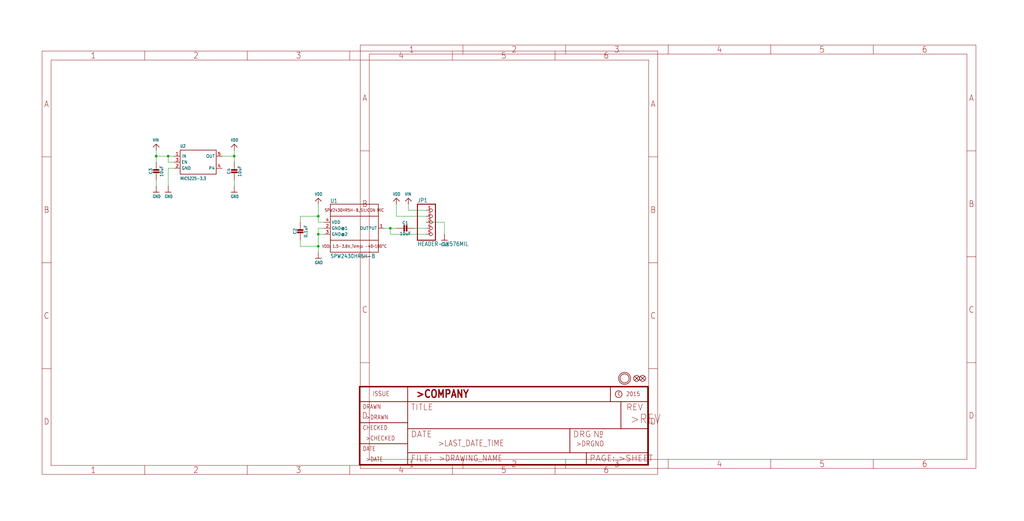
<source format=kicad_sch>
(kicad_sch (version 20211123) (generator eeschema)
  (paper "User" 433.07 220.421)
  (lib_symbols
    (symbol "schematicEagle-eagle-import:CAP_CERAMIC0805-NOOUTLINE"
      (property "Reference" "C" (at -2.29 1.25 90))
      (property "Value" "CAP_CERAMIC0805-NOOUTLINE" (at 2.3 1.25 90))
      (symbol "CAP_CERAMIC0805-NOOUTLINE_1_0"
        (rectangle (start -1.27 0.508) (end 1.27 1.016) (fill (type outline)))
        (rectangle (start -1.27 1.524) (end 1.27 2.032) (fill (type outline)))
        (polyline (pts (xy 0 0.762) (xy 0 0)) (stroke (width 0.1524)))
        (polyline (pts (xy 0 2.54) (xy 0 1.778)) (stroke (width 0.1524)))
        (pin passive line (at 0 5.08 270) (length 2.54) (name "1") (number "1"))
        (pin passive line (at 0 -2.54 90) (length 2.54) (name "2") (number "2"))
      )
    )
    (symbol "schematicEagle-eagle-import:FIDUCIAL{dblquote}{dblquote}"
      (symbol "FIDUCIAL{dblquote}{dblquote}_1_0"
        (polyline (pts (xy -0.762 0.762) (xy 0.762 -0.762)) (stroke (width 0.254)))
        (polyline (pts (xy 0.762 0.762) (xy -0.762 -0.762)) (stroke (width 0.254)))
        (circle (center 0 0) (radius 1.27) (stroke (width 0.254)))
      )
    )
    (symbol "schematicEagle-eagle-import:FRAME_A4"
      (symbol "FRAME_A4_0_0"
        (polyline (pts (xy 0 44.7675) (xy 3.81 44.7675)))
        (polyline (pts (xy 0 89.535) (xy 3.81 89.535)))
        (polyline (pts (xy 0 134.3025) (xy 3.81 134.3025)))
        (polyline (pts (xy 3.81 3.81) (xy 3.81 175.26)))
        (polyline (pts (xy 43.3917 0) (xy 43.3917 3.81)))
        (polyline (pts (xy 43.3917 175.26) (xy 43.3917 179.07)))
        (polyline (pts (xy 86.7833 0) (xy 86.7833 3.81)))
        (polyline (pts (xy 86.7833 175.26) (xy 86.7833 179.07)))
        (polyline (pts (xy 130.175 0) (xy 130.175 3.81)))
        (polyline (pts (xy 130.175 175.26) (xy 130.175 179.07)))
        (polyline (pts (xy 173.5667 0) (xy 173.5667 3.81)))
        (polyline (pts (xy 173.5667 175.26) (xy 173.5667 179.07)))
        (polyline (pts (xy 216.9583 0) (xy 216.9583 3.81)))
        (polyline (pts (xy 216.9583 175.26) (xy 216.9583 179.07)))
        (polyline (pts (xy 256.54 3.81) (xy 3.81 3.81)))
        (polyline (pts (xy 256.54 3.81) (xy 256.54 175.26)))
        (polyline (pts (xy 256.54 44.7675) (xy 260.35 44.7675)))
        (polyline (pts (xy 256.54 89.535) (xy 260.35 89.535)))
        (polyline (pts (xy 256.54 134.3025) (xy 260.35 134.3025)))
        (polyline (pts (xy 256.54 175.26) (xy 3.81 175.26)))
        (polyline (pts (xy 0 0) (xy 260.35 0) (xy 260.35 179.07) (xy 0 179.07) (xy 0 0)))
        (text "1" (at 21.6958 1.905 0) (effects (font (size 2.54 2.286))))
        (text "1" (at 21.6958 177.165 0) (effects (font (size 2.54 2.286))))
        (text "2" (at 65.0875 1.905 0) (effects (font (size 2.54 2.286))))
        (text "2" (at 65.0875 177.165 0) (effects (font (size 2.54 2.286))))
        (text "3" (at 108.4792 1.905 0) (effects (font (size 2.54 2.286))))
        (text "3" (at 108.4792 177.165 0) (effects (font (size 2.54 2.286))))
        (text "4" (at 151.8708 1.905 0) (effects (font (size 2.54 2.286))))
        (text "4" (at 151.8708 177.165 0) (effects (font (size 2.54 2.286))))
        (text "5" (at 195.2625 1.905 0) (effects (font (size 2.54 2.286))))
        (text "5" (at 195.2625 177.165 0) (effects (font (size 2.54 2.286))))
        (text "6" (at 238.6542 1.905 0) (effects (font (size 2.54 2.286))))
        (text "6" (at 238.6542 177.165 0) (effects (font (size 2.54 2.286))))
        (text "A" (at 1.905 156.6863 0) (effects (font (size 2.54 2.286))))
        (text "A" (at 258.445 156.6863 0) (effects (font (size 2.54 2.286))))
        (text "B" (at 1.905 111.9188 0) (effects (font (size 2.54 2.286))))
        (text "B" (at 258.445 111.9188 0) (effects (font (size 2.54 2.286))))
        (text "C" (at 1.905 67.1513 0) (effects (font (size 2.54 2.286))))
        (text "C" (at 258.445 67.1513 0) (effects (font (size 2.54 2.286))))
        (text "D" (at 1.905 22.3838 0) (effects (font (size 2.54 2.286))))
        (text "D" (at 258.445 22.3838 0) (effects (font (size 2.54 2.286))))
      )
      (symbol "FRAME_A4_1_0"
        (polyline (pts (xy 256.54 3.81) (xy 256.54 8.89)) (stroke (width 0.1016)))
        (polyline (pts (xy 256.54 8.89) (xy 256.54 13.97)) (stroke (width 0.1016)))
        (polyline (pts (xy 256.54 13.97) (xy 256.54 19.05)) (stroke (width 0.1016)))
        (polyline (pts (xy 256.54 19.05) (xy 256.54 36.83)) (stroke (width 0.1016)))
      )
      (symbol "FRAME_A4_2_0"
        (polyline (pts (xy -0.3048 1.5748) (xy 20.0152 1.5748)) (stroke (width 0.6096)))
        (polyline (pts (xy -0.3048 10.4648) (xy -0.3048 1.5748)) (stroke (width 0.6096)))
        (polyline (pts (xy -0.3048 10.4648) (xy 20.0152 10.4648)) (stroke (width 0.3048)))
        (polyline (pts (xy -0.3048 19.3548) (xy -0.3048 10.4648)) (stroke (width 0.6096)))
        (polyline (pts (xy -0.3048 19.3548) (xy 20.0152 19.3548)) (stroke (width 0.3048)))
        (polyline (pts (xy -0.3048 28.2448) (xy -0.3048 19.3548)) (stroke (width 0.6096)))
        (polyline (pts (xy -0.3048 28.2448) (xy 20.0152 28.2448)) (stroke (width 0.3048)))
        (polyline (pts (xy -0.3048 34.5948) (xy -0.3048 28.2448)) (stroke (width 0.6096)))
        (polyline (pts (xy 20.0152 1.5748) (xy 20.0152 6.6548)) (stroke (width 0.3048)))
        (polyline (pts (xy 20.0152 1.5748) (xy 95.5802 1.5748)) (stroke (width 0.6096)))
        (polyline (pts (xy 20.0152 6.6548) (xy 20.0152 10.4648)) (stroke (width 0.3048)))
        (polyline (pts (xy 20.0152 6.6548) (xy 88.5952 6.6548)) (stroke (width 0.3048)))
        (polyline (pts (xy 20.0152 10.4648) (xy 20.0152 16.8148)) (stroke (width 0.3048)))
        (polyline (pts (xy 20.0152 16.8148) (xy 20.0152 19.3548)) (stroke (width 0.3048)))
        (polyline (pts (xy 20.0152 19.3548) (xy 20.0152 28.2448)) (stroke (width 0.3048)))
        (polyline (pts (xy 20.0152 28.2448) (xy 20.0152 34.5948)) (stroke (width 0.3048)))
        (polyline (pts (xy 20.0152 28.2448) (xy 105.7402 28.2448)) (stroke (width 0.3048)))
        (polyline (pts (xy 20.0152 34.5948) (xy -0.3048 34.5948)) (stroke (width 0.6096)))
        (polyline (pts (xy 88.5952 6.6548) (xy 95.5802 6.6548)) (stroke (width 0.3048)))
        (polyline (pts (xy 88.5952 16.8148) (xy 20.0152 16.8148)) (stroke (width 0.3048)))
        (polyline (pts (xy 88.5952 16.8148) (xy 88.5952 6.6548)) (stroke (width 0.3048)))
        (polyline (pts (xy 95.5802 1.5748) (xy 121.6152 1.5748)) (stroke (width 0.6096)))
        (polyline (pts (xy 95.5802 6.6548) (xy 95.5802 1.5748)) (stroke (width 0.3048)))
        (polyline (pts (xy 95.5802 6.6548) (xy 121.6152 6.6548)) (stroke (width 0.3048)))
        (polyline (pts (xy 101.2952 13.3223) (xy 102.2477 13.3223)) (stroke (width 0.254)))
        (polyline (pts (xy 105.7402 28.2448) (xy 105.7402 34.5948)) (stroke (width 0.3048)))
        (polyline (pts (xy 105.7402 28.2448) (xy 110.1852 28.2448)) (stroke (width 0.3048)))
        (polyline (pts (xy 105.7402 34.5948) (xy 20.0152 34.5948)) (stroke (width 0.6096)))
        (polyline (pts (xy 110.1852 16.8148) (xy 88.5952 16.8148)) (stroke (width 0.3048)))
        (polyline (pts (xy 110.1852 28.2448) (xy 110.1852 16.8148)) (stroke (width 0.3048)))
        (polyline (pts (xy 110.1852 28.2448) (xy 121.6152 28.2448)) (stroke (width 0.3048)))
        (polyline (pts (xy 121.6152 6.6548) (xy 121.6152 1.5748)) (stroke (width 0.6096)))
        (polyline (pts (xy 121.6152 16.8148) (xy 110.1852 16.8148)) (stroke (width 0.3048)))
        (polyline (pts (xy 121.6152 16.8148) (xy 121.6152 6.6548)) (stroke (width 0.6096)))
        (polyline (pts (xy 121.6152 28.2448) (xy 121.6152 16.8148)) (stroke (width 0.6096)))
        (polyline (pts (xy 121.6152 34.5948) (xy 105.7402 34.5948)) (stroke (width 0.6096)))
        (polyline (pts (xy 121.6152 34.5948) (xy 121.6152 28.2448)) (stroke (width 0.6096)))
        (circle (center 109.2327 31.4198) (radius 1.4199) (stroke (width 0.254)))
        (text "2015" (at 112.4077 30.4673 0) (effects (font (size 1.778 1.5113)) (justify left bottom)))
        (text ">CHECKED" (at 2.2352 11.7348 0) (effects (font (size 1.778 1.5113)) (justify left bottom)))
        (text ">COMPANY" (at 23.349 29.6735 0) (effects (font (size 3.175 2.6987) (thickness 0.5397) bold) (justify left bottom)))
        (text ">DATE" (at 2.2352 2.8448 0) (effects (font (size 1.778 1.5113)) (justify left bottom)))
        (text ">DRAWING_NAME" (at 33.0327 2.8448 0) (effects (font (size 2.54 2.159)) (justify left bottom)))
        (text ">DRAWN" (at 2.2352 20.6248 0) (effects (font (size 1.778 1.5113)) (justify left bottom)))
        (text ">DRGNO" (at 91.1352 9.1948 0) (effects (font (size 2.1844 1.8567)) (justify left bottom)))
        (text ">LAST_DATE_TIME" (at 32.7152 9.1948 0) (effects (font (size 2.54 2.159)) (justify left bottom)))
        (text ">REV" (at 113.9952 18.7198 0) (effects (font (size 3.81 3.2385)) (justify left bottom)))
        (text ">SHEET" (at 108.9152 2.8448 0) (effects (font (size 2.54 2.54)) (justify left bottom)))
        (text "C" (at 108.7564 30.7848 0) (effects (font (size 1.27 1.0795)) (justify left bottom)))
        (text "CHECKED" (at 0.9652 16.1798 0) (effects (font (size 1.778 1.5113)) (justify left bottom)))
        (text "DATE" (at 0.9652 7.2898 0) (effects (font (size 1.778 1.5113)) (justify left bottom)))
        (text "DATE" (at 21.2852 13.0048 0) (effects (font (size 2.54 2.54)) (justify left bottom)))
        (text "DRAWN" (at 0.9652 25.0698 0) (effects (font (size 1.778 1.5113)) (justify left bottom)))
        (text "DRG" (at 89.8652 13.0048 0) (effects (font (size 2.54 2.54)) (justify left bottom)))
        (text "FILE:" (at 21.2852 2.8448 0) (effects (font (size 2.54 2.54)) (justify left bottom)))
        (text "ISSUE" (at 5.0927 30.4673 0) (effects (font (size 1.9304 1.6408)) (justify left bottom)))
        (text "N" (at 98.4377 13.0048 0) (effects (font (size 2.54 2.54)) (justify left bottom)))
        (text "o" (at 100.9777 13.9573 0) (effects (font (size 2.1844 1.8567)) (justify left bottom)))
        (text "PAGE:" (at 96.8502 2.8448 0) (effects (font (size 2.54 2.54)) (justify left bottom)))
        (text "REV" (at 112.4077 24.4348 0) (effects (font (size 2.54 2.54)) (justify left bottom)))
        (text "TITLE" (at 21.2852 24.4348 0) (effects (font (size 2.54 2.54)) (justify left bottom)))
      )
    )
    (symbol "schematicEagle-eagle-import:GND" (power)
      (property "Value" "GND" (at -1.524 -2.54 0))
      (symbol "GND_1_0"
        (polyline (pts (xy -1.27 0) (xy 1.27 0)) (stroke (width 0.254)))
        (pin power_in line (at 0 2.54 270) (length 2.54) (name "GND") (number "1"))
      )
    )
    (symbol "schematicEagle-eagle-import:HEADER-1X576MIL"
      (property "Reference" "JP" (at -6.35 8.255 0))
      (property "Value" "HEADER-1X576MIL" (at -6.35 -10.16 0))
      (symbol "HEADER-1X576MIL_1_0"
        (polyline (pts (xy -6.35 -7.62) (xy 1.27 -7.62)) (stroke (width 0.4064)))
        (polyline (pts (xy -6.35 7.62) (xy -6.35 -7.62)) (stroke (width 0.4064)))
        (polyline (pts (xy 1.27 -7.62) (xy 1.27 7.62)) (stroke (width 0.4064)))
        (polyline (pts (xy 1.27 7.62) (xy -6.35 7.62)) (stroke (width 0.4064)))
        (pin passive inverted (at -2.54 5.08 0) (length 2.54) (name "1") (number "1"))
        (pin passive inverted (at -2.54 2.54 0) (length 2.54) (name "2") (number "2"))
        (pin passive inverted (at -2.54 0 0) (length 2.54) (name "3") (number "3"))
        (pin passive inverted (at -2.54 -2.54 0) (length 2.54) (name "4") (number "4"))
        (pin passive inverted (at -2.54 -5.08 0) (length 2.54) (name "5") (number "5"))
      )
    )
    (symbol "schematicEagle-eagle-import:MOUNTINGHOLE2.5"
      (symbol "MOUNTINGHOLE2.5_1_0"
        (circle (center 0 0) (radius 1.905) (stroke (width 0.254)))
        (circle (center 0 0) (radius 2.54) (stroke (width 0.254)))
      )
    )
    (symbol "schematicEagle-eagle-import:SPW2430HR5H-B"
      (property "Reference" "U" (at -10.16 10.668 0))
      (property "Value" "SPW2430HR5H-B" (at -10.16 -12.7 0))
      (symbol "SPW2430HR5H-B_1_0"
        (polyline (pts (xy -10.16 -10.16) (xy 10.16 -10.16)) (stroke (width 0.254)))
        (polyline (pts (xy -10.16 -5.08) (xy -10.16 -10.16)) (stroke (width 0.254)))
        (polyline (pts (xy -10.16 -5.08) (xy -10.16 5.08)) (stroke (width 0.254)))
        (polyline (pts (xy -10.16 5.08) (xy -10.16 10.16)) (stroke (width 0.254)))
        (polyline (pts (xy -10.16 5.08) (xy 10.16 5.08)) (stroke (width 0.254)))
        (polyline (pts (xy -10.16 10.16) (xy 10.16 10.16)) (stroke (width 0.254)))
        (polyline (pts (xy 10.16 -10.16) (xy 10.16 -5.08)) (stroke (width 0.254)))
        (polyline (pts (xy 10.16 -5.08) (xy -10.16 -5.08)) (stroke (width 0.254)))
        (polyline (pts (xy 10.16 5.08) (xy 10.16 -5.08)) (stroke (width 0.254)))
        (polyline (pts (xy 10.16 10.16) (xy 10.16 5.08)) (stroke (width 0.254)))
        (text "SPW2430HR5H-B_SILICON MIC" (at 0 7.62 0) (effects (font (size 1.27 1.0795))))
        (text "VDD: 1.5-3.6V_Temp: -40~100°C" (at 0 -7.62 0) (effects (font (size 1.27 1.0795))))
        (pin output line (at 12.7 0 180) (length 2.54) (name "OUTPUT") (number "1"))
        (pin power_in line (at -12.7 0 0) (length 2.54) (name "GND@1") (number "2"))
        (pin power_in line (at -12.7 -2.54 0) (length 2.54) (name "GND@2") (number "3"))
        (pin power_in line (at -12.7 2.54 0) (length 2.54) (name "VDD") (number "4"))
      )
    )
    (symbol "schematicEagle-eagle-import:VDD" (power)
      (property "Value" "VDD" (at -1.524 1.016 0))
      (symbol "VDD_1_0"
        (polyline (pts (xy -1.27 -1.27) (xy 0 0)) (stroke (width 0.254)))
        (polyline (pts (xy 0 0) (xy 1.27 -1.27)) (stroke (width 0.254)))
        (pin power_in line (at 0 -2.54 90) (length 2.54) (name "VDD") (number "1"))
      )
    )
    (symbol "schematicEagle-eagle-import:VIN" (power)
      (property "Value" "VIN" (at -1.524 1.016 0))
      (symbol "VIN_1_0"
        (polyline (pts (xy -1.27 -1.27) (xy 0 0)) (stroke (width 0.254)))
        (polyline (pts (xy 0 0) (xy 1.27 -1.27)) (stroke (width 0.254)))
        (pin power_in line (at 0 -2.54 90) (length 2.54) (name "VIN") (number "1"))
      )
    )
    (symbol "schematicEagle-eagle-import:VREG_SOT23-5"
      (property "Reference" "U" (at -7.62 6.096 0))
      (property "Value" "VREG_SOT23-5" (at -7.62 -7.62 0))
      (symbol "VREG_SOT23-5_1_0"
        (polyline (pts (xy -7.62 -5.08) (xy -7.62 5.08)) (stroke (width 0.254)))
        (polyline (pts (xy -7.62 5.08) (xy 7.62 5.08)) (stroke (width 0.254)))
        (polyline (pts (xy 7.62 -5.08) (xy -7.62 -5.08)) (stroke (width 0.254)))
        (polyline (pts (xy 7.62 5.08) (xy 7.62 -5.08)) (stroke (width 0.254)))
        (pin power_in line (at -10.16 2.54 0) (length 2.54) (name "IN") (number "1"))
        (pin power_in line (at -10.16 -2.54 0) (length 2.54) (name "GND") (number "2"))
        (pin input line (at -10.16 0 0) (length 2.54) (name "EN") (number "3"))
        (pin bidirectional line (at 10.16 -2.54 180) (length 2.54) (name "P4") (number "4"))
        (pin power_in line (at 10.16 2.54 180) (length 2.54) (name "OUT") (number "5"))
      )
    )
  )
  (junction (at 134.62 104.14))
  (junction (at 71.12 66.04))
  (junction (at 66.04 66.04))
  (junction (at 165.1 96.52))
  (junction (at 99.06 66.04))
  (junction (at 134.62 99.06))
  (junction (at 134.62 91.44))
  (wire (pts (xy 73.66 71.12) (xy 71.12 71.12)))
  (wire (pts (xy 66.04 76.2) (xy 66.04 78.74)))
  (wire (pts (xy 180.34 93.98) (xy 187.96 93.98)))
  (wire (pts (xy 66.04 66.04) (xy 66.04 68.58)))
  (wire (pts (xy 180.34 91.44) (xy 167.64 91.44)))
  (wire (pts (xy 175.26 96.52) (xy 180.34 96.52)))
  (wire (pts (xy 71.12 71.12) (xy 71.12 78.74)))
  (wire (pts (xy 134.62 104.14) (xy 127 104.14)))
  (wire (pts (xy 134.62 91.44) (xy 127 91.44)))
  (wire (pts (xy 172.72 88.9) (xy 172.72 86.36)))
  (wire (pts (xy 180.34 88.9) (xy 172.72 88.9)))
  (wire (pts (xy 71.12 68.58) (xy 71.12 66.04)))
  (wire (pts (xy 99.06 66.04) (xy 99.06 63.5)))
  (wire (pts (xy 134.62 93.98) (xy 134.62 91.44)))
  (wire (pts (xy 134.62 91.44) (xy 134.62 86.36)))
  (wire (pts (xy 71.12 66.04) (xy 66.04 66.04)))
  (wire (pts (xy 134.62 96.52) (xy 134.62 99.06)))
  (wire (pts (xy 127 91.44) (xy 127 93.98)))
  (wire (pts (xy 167.64 91.44) (xy 167.64 86.36)))
  (wire (pts (xy 165.1 96.52) (xy 167.64 96.52)))
  (wire (pts (xy 134.62 104.14) (xy 134.62 106.68)))
  (wire (pts (xy 127 104.14) (xy 127 101.6)))
  (wire (pts (xy 162.56 96.52) (xy 165.1 96.52)))
  (wire (pts (xy 137.16 99.06) (xy 134.62 99.06)))
  (wire (pts (xy 66.04 66.04) (xy 66.04 63.5)))
  (wire (pts (xy 187.96 93.98) (xy 187.96 99.06)))
  (wire (pts (xy 93.98 66.04) (xy 99.06 66.04)))
  (wire (pts (xy 73.66 66.04) (xy 71.12 66.04)))
  (wire (pts (xy 134.62 99.06) (xy 134.62 104.14)))
  (wire (pts (xy 180.34 99.06) (xy 165.1 99.06)))
  (wire (pts (xy 137.16 96.52) (xy 134.62 96.52)))
  (wire (pts (xy 99.06 66.04) (xy 99.06 68.58)))
  (wire (pts (xy 73.66 68.58) (xy 71.12 68.58)))
  (wire (pts (xy 165.1 99.06) (xy 165.1 96.52)))
  (wire (pts (xy 137.16 93.98) (xy 134.62 93.98)))
  (wire (pts (xy 99.06 76.2) (xy 99.06 78.74)))
  (symbol (lib_id "schematicEagle-eagle-import:CAP_CERAMIC0805-NOOUTLINE") (at 170.18 96.52 270) (unit 1)
    (property "Reference" "C1" (at 171.43 94.23 90))
    (property "Value" "10uF" (at 171.43 98.82 90))
    (property "Footprint" "schematicEagle:0805-NO" (effects hide))
  )
  (symbol (lib_id "schematicEagle-eagle-import:FIDUCIAL{dblquote}{dblquote}") (at 271.78 160.02 0) (unit 1)
    (property "Reference" "FID1" (effects hide))
    (property "Value" "FIDUCIAL{dblquote}{dblquote}" (effects hide))
    (property "Footprint" "schematicEagle:FIDUCIAL_1MM" (effects hide))
  )
  (symbol (lib_id "schematicEagle-eagle-import:GND") (at 66.04 81.28 0) (unit 1)
    (property "Reference" "#U$6" (effects hide))
    (property "Value" "GND" (at 64.516 83.82 0) (effects (font (size 1.27 1.0795)) (justify left bottom)))
    (property "Footprint" "schematicEagle:" (effects hide))
  )
  (symbol (lib_id "schematicEagle-eagle-import:VREG_SOT23-5") (at 83.82 68.58 0) (unit 1)
    (property "Reference" "U2" (at 76.2 62.484 0) (effects (font (size 1.27 1.0795)) (justify left bottom)))
    (property "Value" "MIC5225-3.3" (at 76.2 76.2 0) (effects (font (size 1.27 1.0795)) (justify left bottom)))
    (property "Footprint" "schematicEagle:SOT23-5" (effects hide))
  )
  (symbol (lib_id "schematicEagle-eagle-import:FRAME_A4") (at 152.4 198.12 0) (unit 2)
    (property "Reference" "#FRAME1" (effects hide))
    (property "Value" "FRAME_A4" (effects hide))
    (property "Footprint" "schematicEagle:" (effects hide))
  )
  (symbol (lib_id "schematicEagle-eagle-import:GND") (at 187.96 101.6 0) (unit 1)
    (property "Reference" "#U$4" (effects hide))
    (property "Value" "GND" (at 186.436 104.14 0) (effects (font (size 1.27 1.0795)) (justify left bottom)))
    (property "Footprint" "schematicEagle:" (effects hide))
  )
  (symbol (lib_id "schematicEagle-eagle-import:VDD") (at 134.62 83.82 0) (unit 1)
    (property "Reference" "#U$2" (effects hide))
    (property "Value" "VDD" (at 133.096 82.804 0) (effects (font (size 1.27 1.0795)) (justify left bottom)))
    (property "Footprint" "schematicEagle:" (effects hide))
  )
  (symbol (lib_id "schematicEagle-eagle-import:VDD") (at 99.06 60.96 0) (unit 1)
    (property "Reference" "#U$8" (effects hide))
    (property "Value" "VDD" (at 97.536 59.944 0) (effects (font (size 1.27 1.0795)) (justify left bottom)))
    (property "Footprint" "schematicEagle:" (effects hide))
  )
  (symbol (lib_id "schematicEagle-eagle-import:VIN") (at 172.72 83.82 0) (unit 1)
    (property "Reference" "#U$11" (effects hide))
    (property "Value" "VIN" (at 171.196 82.804 0) (effects (font (size 1.27 1.0795)) (justify left bottom)))
    (property "Footprint" "schematicEagle:" (effects hide))
  )
  (symbol (lib_id "schematicEagle-eagle-import:VDD") (at 167.64 83.82 0) (unit 1)
    (property "Reference" "#U$3" (effects hide))
    (property "Value" "VDD" (at 166.116 82.804 0) (effects (font (size 1.27 1.0795)) (justify left bottom)))
    (property "Footprint" "schematicEagle:" (effects hide))
  )
  (symbol (lib_id "schematicEagle-eagle-import:SPW2430HR5H-B") (at 149.86 96.52 0) (unit 1)
    (property "Reference" "U1" (at 139.7 85.852 0) (effects (font (size 1.6764 1.4249)) (justify left bottom)))
    (property "Value" "SPW2430HR5H-B" (at 139.7 109.22 0) (effects (font (size 1.6764 1.4249)) (justify left bottom)))
    (property "Footprint" "schematicEagle:SPW2430HR5H-B" (effects hide))
  )
  (symbol (lib_id "schematicEagle-eagle-import:CAP_CERAMIC0805-NOOUTLINE") (at 66.04 73.66 0) (unit 1)
    (property "Reference" "C3" (at 63.75 72.41 90))
    (property "Value" "10uF" (at 68.34 72.41 90))
    (property "Footprint" "schematicEagle:0805-NO" (effects hide))
  )
  (symbol (lib_id "schematicEagle-eagle-import:CAP_CERAMIC0805-NOOUTLINE") (at 127 99.06 0) (unit 1)
    (property "Reference" "C2" (at 124.71 97.81 90))
    (property "Value" "0.1uF" (at 129.3 97.81 90))
    (property "Footprint" "schematicEagle:0805-NO" (effects hide))
  )
  (symbol (lib_id "schematicEagle-eagle-import:FRAME_A4") (at 17.78 200.66 0) (unit 1)
    (property "Reference" "#FRAME1" (effects hide))
    (property "Value" "FRAME_A4" (effects hide))
    (property "Footprint" "schematicEagle:" (effects hide))
  )
  (symbol (lib_id "schematicEagle-eagle-import:GND") (at 71.12 81.28 0) (unit 1)
    (property "Reference" "#U$9" (effects hide))
    (property "Value" "GND" (at 69.596 83.82 0) (effects (font (size 1.27 1.0795)) (justify left bottom)))
    (property "Footprint" "schematicEagle:" (effects hide))
  )
  (symbol (lib_id "schematicEagle-eagle-import:CAP_CERAMIC0805-NOOUTLINE") (at 99.06 73.66 0) (unit 1)
    (property "Reference" "C4" (at 96.77 72.41 90))
    (property "Value" "10uF" (at 101.36 72.41 90))
    (property "Footprint" "schematicEagle:0805-NO" (effects hide))
  )
  (symbol (lib_id "schematicEagle-eagle-import:MOUNTINGHOLE2.5") (at 264.16 160.02 0) (unit 1)
    (property "Reference" "U$12" (effects hide))
    (property "Value" "MOUNTINGHOLE2.5" (effects hide))
    (property "Footprint" "schematicEagle:MOUNTINGHOLE_2.5_PLATED" (effects hide))
  )
  (symbol (lib_id "schematicEagle-eagle-import:GND") (at 134.62 109.22 0) (unit 1)
    (property "Reference" "#U$1" (effects hide))
    (property "Value" "GND" (at 133.096 111.76 0) (effects (font (size 1.27 1.0795)) (justify left bottom)))
    (property "Footprint" "schematicEagle:" (effects hide))
  )
  (symbol (lib_id "schematicEagle-eagle-import:GND") (at 99.06 81.28 0) (unit 1)
    (property "Reference" "#U$7" (effects hide))
    (property "Value" "GND" (at 97.536 83.82 0) (effects (font (size 1.27 1.0795)) (justify left bottom)))
    (property "Footprint" "schematicEagle:" (effects hide))
  )
  (symbol (lib_id "schematicEagle-eagle-import:VIN") (at 66.04 60.96 0) (unit 1)
    (property "Reference" "#U$10" (effects hide))
    (property "Value" "VIN" (at 64.516 59.944 0) (effects (font (size 1.27 1.0795)) (justify left bottom)))
    (property "Footprint" "schematicEagle:" (effects hide))
  )
  (symbol (lib_id "schematicEagle-eagle-import:HEADER-1X576MIL") (at 182.88 93.98 0) (unit 1)
    (property "Reference" "JP1" (at 176.53 85.725 0) (effects (font (size 1.778 1.5113)) (justify left bottom)))
    (property "Value" "HEADER-1X576MIL" (at 176.53 104.14 0) (effects (font (size 1.778 1.5113)) (justify left bottom)))
    (property "Footprint" "schematicEagle:1X05_ROUND_76" (effects hide))
  )
  (symbol (lib_id "schematicEagle-eagle-import:FIDUCIAL{dblquote}{dblquote}") (at 269.24 160.02 0) (unit 1)
    (property "Reference" "FID2" (effects hide))
    (property "Value" "FIDUCIAL{dblquote}{dblquote}" (effects hide))
    (property "Footprint" "schematicEagle:FIDUCIAL_1MM" (effects hide))
  )
)
</source>
